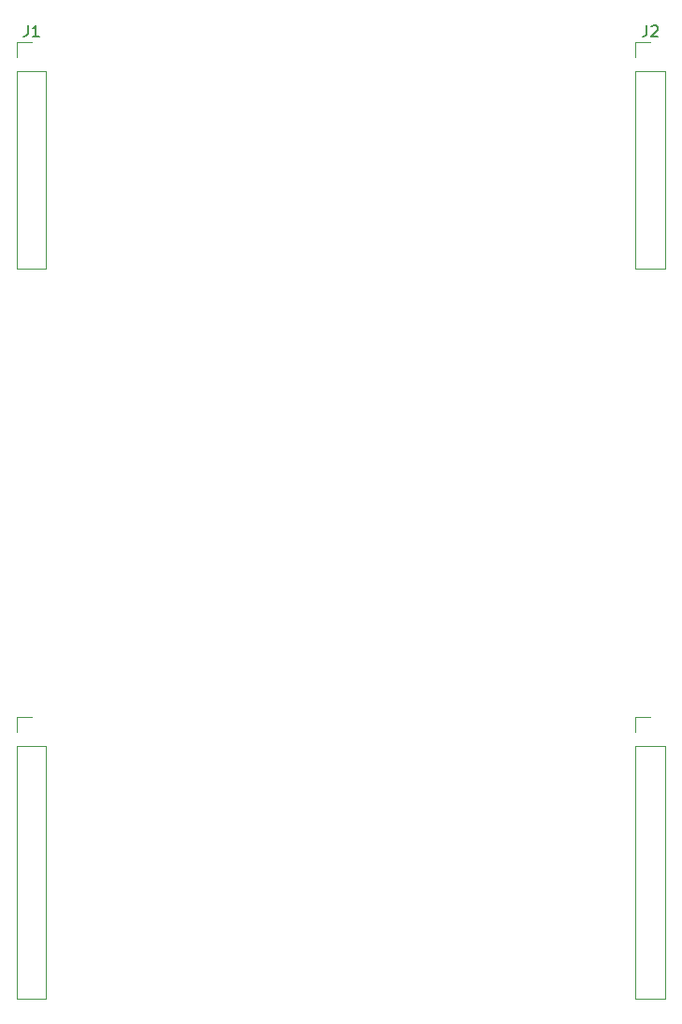
<source format=gbr>
%TF.GenerationSoftware,KiCad,Pcbnew,8.0.7*%
%TF.CreationDate,2025-01-14T15:56:34+00:00*%
%TF.ProjectId,Spectralist_Components,53706563-7472-4616-9c69-73745f436f6d,rev?*%
%TF.SameCoordinates,Original*%
%TF.FileFunction,Legend,Top*%
%TF.FilePolarity,Positive*%
%FSLAX46Y46*%
G04 Gerber Fmt 4.6, Leading zero omitted, Abs format (unit mm)*
G04 Created by KiCad (PCBNEW 8.0.7) date 2025-01-14 15:56:34*
%MOMM*%
%LPD*%
G01*
G04 APERTURE LIST*
%ADD10C,0.150000*%
%ADD11C,0.120000*%
G04 APERTURE END LIST*
D10*
X157666666Y-55124819D02*
X157666666Y-55839104D01*
X157666666Y-55839104D02*
X157619047Y-55981961D01*
X157619047Y-55981961D02*
X157523809Y-56077200D01*
X157523809Y-56077200D02*
X157380952Y-56124819D01*
X157380952Y-56124819D02*
X157285714Y-56124819D01*
X158095238Y-55220057D02*
X158142857Y-55172438D01*
X158142857Y-55172438D02*
X158238095Y-55124819D01*
X158238095Y-55124819D02*
X158476190Y-55124819D01*
X158476190Y-55124819D02*
X158571428Y-55172438D01*
X158571428Y-55172438D02*
X158619047Y-55220057D01*
X158619047Y-55220057D02*
X158666666Y-55315295D01*
X158666666Y-55315295D02*
X158666666Y-55410533D01*
X158666666Y-55410533D02*
X158619047Y-55553390D01*
X158619047Y-55553390D02*
X158047619Y-56124819D01*
X158047619Y-56124819D02*
X158666666Y-56124819D01*
X101666666Y-55124819D02*
X101666666Y-55839104D01*
X101666666Y-55839104D02*
X101619047Y-55981961D01*
X101619047Y-55981961D02*
X101523809Y-56077200D01*
X101523809Y-56077200D02*
X101380952Y-56124819D01*
X101380952Y-56124819D02*
X101285714Y-56124819D01*
X102666666Y-56124819D02*
X102095238Y-56124819D01*
X102380952Y-56124819D02*
X102380952Y-55124819D01*
X102380952Y-55124819D02*
X102285714Y-55267676D01*
X102285714Y-55267676D02*
X102190476Y-55362914D01*
X102190476Y-55362914D02*
X102095238Y-55410533D01*
D11*
%TO.C,J2*%
X156670000Y-56670000D02*
X158000000Y-56670000D01*
X156670000Y-58000000D02*
X156670000Y-56670000D01*
X156670000Y-59270000D02*
X156670000Y-77110000D01*
X156670000Y-59270000D02*
X159330000Y-59270000D01*
X156670000Y-77110000D02*
X159330000Y-77110000D01*
X159330000Y-59270000D02*
X159330000Y-77110000D01*
%TO.C,J4*%
X156670000Y-117670000D02*
X158000000Y-117670000D01*
X156670000Y-119000000D02*
X156670000Y-117670000D01*
X156670000Y-120270000D02*
X156670000Y-143190000D01*
X156670000Y-120270000D02*
X159330000Y-120270000D01*
X156670000Y-143190000D02*
X159330000Y-143190000D01*
X159330000Y-120270000D02*
X159330000Y-143190000D01*
%TO.C,J1*%
X100670000Y-56670000D02*
X102000000Y-56670000D01*
X100670000Y-58000000D02*
X100670000Y-56670000D01*
X100670000Y-59270000D02*
X100670000Y-77110000D01*
X100670000Y-59270000D02*
X103330000Y-59270000D01*
X100670000Y-77110000D02*
X103330000Y-77110000D01*
X103330000Y-59270000D02*
X103330000Y-77110000D01*
%TO.C,J3*%
X100670000Y-117670000D02*
X102000000Y-117670000D01*
X100670000Y-119000000D02*
X100670000Y-117670000D01*
X100670000Y-120270000D02*
X100670000Y-143190000D01*
X100670000Y-120270000D02*
X103330000Y-120270000D01*
X100670000Y-143190000D02*
X103330000Y-143190000D01*
X103330000Y-120270000D02*
X103330000Y-143190000D01*
%TD*%
M02*

</source>
